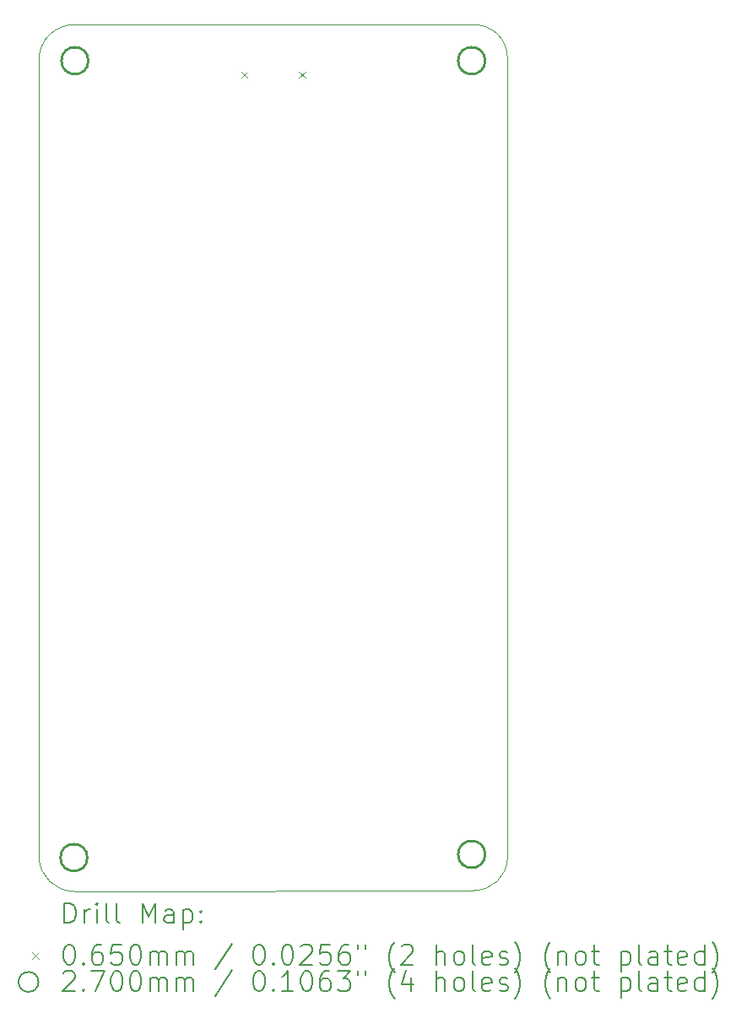
<source format=gbr>
%TF.GenerationSoftware,KiCad,Pcbnew,9.0.4-9.0.4-0~ubuntu22.04.1*%
%TF.CreationDate,2025-09-21T20:46:35-04:00*%
%TF.ProjectId,Pico_RF_V1,5069636f-5f52-4465-9f56-312e6b696361,rev?*%
%TF.SameCoordinates,Original*%
%TF.FileFunction,Drillmap*%
%TF.FilePolarity,Positive*%
%FSLAX45Y45*%
G04 Gerber Fmt 4.5, Leading zero omitted, Abs format (unit mm)*
G04 Created by KiCad (PCBNEW 9.0.4-9.0.4-0~ubuntu22.04.1) date 2025-09-21 20:46:35*
%MOMM*%
%LPD*%
G01*
G04 APERTURE LIST*
%ADD10C,0.100000*%
%ADD11C,0.200000*%
%ADD12C,0.270000*%
G04 APERTURE END LIST*
D10*
X14360000Y-6300416D02*
G75*
G02*
X14699735Y-6630000I10000J-329584D01*
G01*
X10360000Y-6300000D02*
X14360000Y-6300416D01*
X14700000Y-14659584D02*
G75*
G02*
X14360560Y-14980004I-330000J9584D01*
G01*
X14360560Y-14980004D02*
X10350000Y-14990223D01*
X10000000Y-14652513D02*
X10000000Y-6660000D01*
X10350000Y-14990223D02*
G75*
G02*
X10000000Y-14652513I0J350224D01*
G01*
X14700000Y-6630000D02*
X14700000Y-14659584D01*
X10000000Y-6660000D02*
G75*
G02*
X10360000Y-6300000I350000J10000D01*
G01*
D11*
D10*
X12028500Y-6767500D02*
X12093500Y-6832500D01*
X12093500Y-6767500D02*
X12028500Y-6832500D01*
X12606500Y-6767500D02*
X12671500Y-6832500D01*
X12671500Y-6767500D02*
X12606500Y-6832500D01*
D12*
X10485000Y-14652513D02*
G75*
G02*
X10215000Y-14652513I-135000J0D01*
G01*
X10215000Y-14652513D02*
G75*
G02*
X10485000Y-14652513I135000J0D01*
G01*
X10495000Y-6660000D02*
G75*
G02*
X10225000Y-6660000I-135000J0D01*
G01*
X10225000Y-6660000D02*
G75*
G02*
X10495000Y-6660000I135000J0D01*
G01*
X14475000Y-6660000D02*
G75*
G02*
X14205000Y-6660000I-135000J0D01*
G01*
X14205000Y-6660000D02*
G75*
G02*
X14475000Y-6660000I135000J0D01*
G01*
X14475000Y-14620000D02*
G75*
G02*
X14205000Y-14620000I-135000J0D01*
G01*
X14205000Y-14620000D02*
G75*
G02*
X14475000Y-14620000I135000J0D01*
G01*
D11*
X10255634Y-15306707D02*
X10255634Y-15106707D01*
X10255634Y-15106707D02*
X10303253Y-15106707D01*
X10303253Y-15106707D02*
X10331825Y-15116231D01*
X10331825Y-15116231D02*
X10350872Y-15135279D01*
X10350872Y-15135279D02*
X10360396Y-15154326D01*
X10360396Y-15154326D02*
X10369920Y-15192421D01*
X10369920Y-15192421D02*
X10369920Y-15220993D01*
X10369920Y-15220993D02*
X10360396Y-15259088D01*
X10360396Y-15259088D02*
X10350872Y-15278136D01*
X10350872Y-15278136D02*
X10331825Y-15297183D01*
X10331825Y-15297183D02*
X10303253Y-15306707D01*
X10303253Y-15306707D02*
X10255634Y-15306707D01*
X10455634Y-15306707D02*
X10455634Y-15173374D01*
X10455634Y-15211469D02*
X10465158Y-15192421D01*
X10465158Y-15192421D02*
X10474682Y-15182898D01*
X10474682Y-15182898D02*
X10493729Y-15173374D01*
X10493729Y-15173374D02*
X10512777Y-15173374D01*
X10579444Y-15306707D02*
X10579444Y-15173374D01*
X10579444Y-15106707D02*
X10569920Y-15116231D01*
X10569920Y-15116231D02*
X10579444Y-15125755D01*
X10579444Y-15125755D02*
X10588967Y-15116231D01*
X10588967Y-15116231D02*
X10579444Y-15106707D01*
X10579444Y-15106707D02*
X10579444Y-15125755D01*
X10703253Y-15306707D02*
X10684205Y-15297183D01*
X10684205Y-15297183D02*
X10674682Y-15278136D01*
X10674682Y-15278136D02*
X10674682Y-15106707D01*
X10808015Y-15306707D02*
X10788967Y-15297183D01*
X10788967Y-15297183D02*
X10779444Y-15278136D01*
X10779444Y-15278136D02*
X10779444Y-15106707D01*
X11036586Y-15306707D02*
X11036586Y-15106707D01*
X11036586Y-15106707D02*
X11103253Y-15249564D01*
X11103253Y-15249564D02*
X11169920Y-15106707D01*
X11169920Y-15106707D02*
X11169920Y-15306707D01*
X11350872Y-15306707D02*
X11350872Y-15201945D01*
X11350872Y-15201945D02*
X11341348Y-15182898D01*
X11341348Y-15182898D02*
X11322301Y-15173374D01*
X11322301Y-15173374D02*
X11284205Y-15173374D01*
X11284205Y-15173374D02*
X11265158Y-15182898D01*
X11350872Y-15297183D02*
X11331824Y-15306707D01*
X11331824Y-15306707D02*
X11284205Y-15306707D01*
X11284205Y-15306707D02*
X11265158Y-15297183D01*
X11265158Y-15297183D02*
X11255634Y-15278136D01*
X11255634Y-15278136D02*
X11255634Y-15259088D01*
X11255634Y-15259088D02*
X11265158Y-15240041D01*
X11265158Y-15240041D02*
X11284205Y-15230517D01*
X11284205Y-15230517D02*
X11331824Y-15230517D01*
X11331824Y-15230517D02*
X11350872Y-15220993D01*
X11446110Y-15173374D02*
X11446110Y-15373374D01*
X11446110Y-15182898D02*
X11465158Y-15173374D01*
X11465158Y-15173374D02*
X11503253Y-15173374D01*
X11503253Y-15173374D02*
X11522301Y-15182898D01*
X11522301Y-15182898D02*
X11531824Y-15192421D01*
X11531824Y-15192421D02*
X11541348Y-15211469D01*
X11541348Y-15211469D02*
X11541348Y-15268612D01*
X11541348Y-15268612D02*
X11531824Y-15287660D01*
X11531824Y-15287660D02*
X11522301Y-15297183D01*
X11522301Y-15297183D02*
X11503253Y-15306707D01*
X11503253Y-15306707D02*
X11465158Y-15306707D01*
X11465158Y-15306707D02*
X11446110Y-15297183D01*
X11627063Y-15287660D02*
X11636586Y-15297183D01*
X11636586Y-15297183D02*
X11627063Y-15306707D01*
X11627063Y-15306707D02*
X11617539Y-15297183D01*
X11617539Y-15297183D02*
X11627063Y-15287660D01*
X11627063Y-15287660D02*
X11627063Y-15306707D01*
X11627063Y-15182898D02*
X11636586Y-15192421D01*
X11636586Y-15192421D02*
X11627063Y-15201945D01*
X11627063Y-15201945D02*
X11617539Y-15192421D01*
X11617539Y-15192421D02*
X11627063Y-15182898D01*
X11627063Y-15182898D02*
X11627063Y-15201945D01*
D10*
X9929857Y-15602723D02*
X9994857Y-15667723D01*
X9994857Y-15602723D02*
X9929857Y-15667723D01*
D11*
X10293729Y-15526707D02*
X10312777Y-15526707D01*
X10312777Y-15526707D02*
X10331825Y-15536231D01*
X10331825Y-15536231D02*
X10341348Y-15545755D01*
X10341348Y-15545755D02*
X10350872Y-15564802D01*
X10350872Y-15564802D02*
X10360396Y-15602898D01*
X10360396Y-15602898D02*
X10360396Y-15650517D01*
X10360396Y-15650517D02*
X10350872Y-15688612D01*
X10350872Y-15688612D02*
X10341348Y-15707660D01*
X10341348Y-15707660D02*
X10331825Y-15717183D01*
X10331825Y-15717183D02*
X10312777Y-15726707D01*
X10312777Y-15726707D02*
X10293729Y-15726707D01*
X10293729Y-15726707D02*
X10274682Y-15717183D01*
X10274682Y-15717183D02*
X10265158Y-15707660D01*
X10265158Y-15707660D02*
X10255634Y-15688612D01*
X10255634Y-15688612D02*
X10246110Y-15650517D01*
X10246110Y-15650517D02*
X10246110Y-15602898D01*
X10246110Y-15602898D02*
X10255634Y-15564802D01*
X10255634Y-15564802D02*
X10265158Y-15545755D01*
X10265158Y-15545755D02*
X10274682Y-15536231D01*
X10274682Y-15536231D02*
X10293729Y-15526707D01*
X10446110Y-15707660D02*
X10455634Y-15717183D01*
X10455634Y-15717183D02*
X10446110Y-15726707D01*
X10446110Y-15726707D02*
X10436586Y-15717183D01*
X10436586Y-15717183D02*
X10446110Y-15707660D01*
X10446110Y-15707660D02*
X10446110Y-15726707D01*
X10627063Y-15526707D02*
X10588967Y-15526707D01*
X10588967Y-15526707D02*
X10569920Y-15536231D01*
X10569920Y-15536231D02*
X10560396Y-15545755D01*
X10560396Y-15545755D02*
X10541348Y-15574326D01*
X10541348Y-15574326D02*
X10531825Y-15612421D01*
X10531825Y-15612421D02*
X10531825Y-15688612D01*
X10531825Y-15688612D02*
X10541348Y-15707660D01*
X10541348Y-15707660D02*
X10550872Y-15717183D01*
X10550872Y-15717183D02*
X10569920Y-15726707D01*
X10569920Y-15726707D02*
X10608015Y-15726707D01*
X10608015Y-15726707D02*
X10627063Y-15717183D01*
X10627063Y-15717183D02*
X10636586Y-15707660D01*
X10636586Y-15707660D02*
X10646110Y-15688612D01*
X10646110Y-15688612D02*
X10646110Y-15640993D01*
X10646110Y-15640993D02*
X10636586Y-15621945D01*
X10636586Y-15621945D02*
X10627063Y-15612421D01*
X10627063Y-15612421D02*
X10608015Y-15602898D01*
X10608015Y-15602898D02*
X10569920Y-15602898D01*
X10569920Y-15602898D02*
X10550872Y-15612421D01*
X10550872Y-15612421D02*
X10541348Y-15621945D01*
X10541348Y-15621945D02*
X10531825Y-15640993D01*
X10827063Y-15526707D02*
X10731825Y-15526707D01*
X10731825Y-15526707D02*
X10722301Y-15621945D01*
X10722301Y-15621945D02*
X10731825Y-15612421D01*
X10731825Y-15612421D02*
X10750872Y-15602898D01*
X10750872Y-15602898D02*
X10798491Y-15602898D01*
X10798491Y-15602898D02*
X10817539Y-15612421D01*
X10817539Y-15612421D02*
X10827063Y-15621945D01*
X10827063Y-15621945D02*
X10836586Y-15640993D01*
X10836586Y-15640993D02*
X10836586Y-15688612D01*
X10836586Y-15688612D02*
X10827063Y-15707660D01*
X10827063Y-15707660D02*
X10817539Y-15717183D01*
X10817539Y-15717183D02*
X10798491Y-15726707D01*
X10798491Y-15726707D02*
X10750872Y-15726707D01*
X10750872Y-15726707D02*
X10731825Y-15717183D01*
X10731825Y-15717183D02*
X10722301Y-15707660D01*
X10960396Y-15526707D02*
X10979444Y-15526707D01*
X10979444Y-15526707D02*
X10998491Y-15536231D01*
X10998491Y-15536231D02*
X11008015Y-15545755D01*
X11008015Y-15545755D02*
X11017539Y-15564802D01*
X11017539Y-15564802D02*
X11027063Y-15602898D01*
X11027063Y-15602898D02*
X11027063Y-15650517D01*
X11027063Y-15650517D02*
X11017539Y-15688612D01*
X11017539Y-15688612D02*
X11008015Y-15707660D01*
X11008015Y-15707660D02*
X10998491Y-15717183D01*
X10998491Y-15717183D02*
X10979444Y-15726707D01*
X10979444Y-15726707D02*
X10960396Y-15726707D01*
X10960396Y-15726707D02*
X10941348Y-15717183D01*
X10941348Y-15717183D02*
X10931825Y-15707660D01*
X10931825Y-15707660D02*
X10922301Y-15688612D01*
X10922301Y-15688612D02*
X10912777Y-15650517D01*
X10912777Y-15650517D02*
X10912777Y-15602898D01*
X10912777Y-15602898D02*
X10922301Y-15564802D01*
X10922301Y-15564802D02*
X10931825Y-15545755D01*
X10931825Y-15545755D02*
X10941348Y-15536231D01*
X10941348Y-15536231D02*
X10960396Y-15526707D01*
X11112777Y-15726707D02*
X11112777Y-15593374D01*
X11112777Y-15612421D02*
X11122301Y-15602898D01*
X11122301Y-15602898D02*
X11141348Y-15593374D01*
X11141348Y-15593374D02*
X11169920Y-15593374D01*
X11169920Y-15593374D02*
X11188967Y-15602898D01*
X11188967Y-15602898D02*
X11198491Y-15621945D01*
X11198491Y-15621945D02*
X11198491Y-15726707D01*
X11198491Y-15621945D02*
X11208015Y-15602898D01*
X11208015Y-15602898D02*
X11227063Y-15593374D01*
X11227063Y-15593374D02*
X11255634Y-15593374D01*
X11255634Y-15593374D02*
X11274682Y-15602898D01*
X11274682Y-15602898D02*
X11284205Y-15621945D01*
X11284205Y-15621945D02*
X11284205Y-15726707D01*
X11379444Y-15726707D02*
X11379444Y-15593374D01*
X11379444Y-15612421D02*
X11388967Y-15602898D01*
X11388967Y-15602898D02*
X11408015Y-15593374D01*
X11408015Y-15593374D02*
X11436586Y-15593374D01*
X11436586Y-15593374D02*
X11455634Y-15602898D01*
X11455634Y-15602898D02*
X11465158Y-15621945D01*
X11465158Y-15621945D02*
X11465158Y-15726707D01*
X11465158Y-15621945D02*
X11474682Y-15602898D01*
X11474682Y-15602898D02*
X11493729Y-15593374D01*
X11493729Y-15593374D02*
X11522301Y-15593374D01*
X11522301Y-15593374D02*
X11541348Y-15602898D01*
X11541348Y-15602898D02*
X11550872Y-15621945D01*
X11550872Y-15621945D02*
X11550872Y-15726707D01*
X11941348Y-15517183D02*
X11769920Y-15774326D01*
X12198491Y-15526707D02*
X12217539Y-15526707D01*
X12217539Y-15526707D02*
X12236587Y-15536231D01*
X12236587Y-15536231D02*
X12246110Y-15545755D01*
X12246110Y-15545755D02*
X12255634Y-15564802D01*
X12255634Y-15564802D02*
X12265158Y-15602898D01*
X12265158Y-15602898D02*
X12265158Y-15650517D01*
X12265158Y-15650517D02*
X12255634Y-15688612D01*
X12255634Y-15688612D02*
X12246110Y-15707660D01*
X12246110Y-15707660D02*
X12236587Y-15717183D01*
X12236587Y-15717183D02*
X12217539Y-15726707D01*
X12217539Y-15726707D02*
X12198491Y-15726707D01*
X12198491Y-15726707D02*
X12179444Y-15717183D01*
X12179444Y-15717183D02*
X12169920Y-15707660D01*
X12169920Y-15707660D02*
X12160396Y-15688612D01*
X12160396Y-15688612D02*
X12150872Y-15650517D01*
X12150872Y-15650517D02*
X12150872Y-15602898D01*
X12150872Y-15602898D02*
X12160396Y-15564802D01*
X12160396Y-15564802D02*
X12169920Y-15545755D01*
X12169920Y-15545755D02*
X12179444Y-15536231D01*
X12179444Y-15536231D02*
X12198491Y-15526707D01*
X12350872Y-15707660D02*
X12360396Y-15717183D01*
X12360396Y-15717183D02*
X12350872Y-15726707D01*
X12350872Y-15726707D02*
X12341348Y-15717183D01*
X12341348Y-15717183D02*
X12350872Y-15707660D01*
X12350872Y-15707660D02*
X12350872Y-15726707D01*
X12484206Y-15526707D02*
X12503253Y-15526707D01*
X12503253Y-15526707D02*
X12522301Y-15536231D01*
X12522301Y-15536231D02*
X12531825Y-15545755D01*
X12531825Y-15545755D02*
X12541348Y-15564802D01*
X12541348Y-15564802D02*
X12550872Y-15602898D01*
X12550872Y-15602898D02*
X12550872Y-15650517D01*
X12550872Y-15650517D02*
X12541348Y-15688612D01*
X12541348Y-15688612D02*
X12531825Y-15707660D01*
X12531825Y-15707660D02*
X12522301Y-15717183D01*
X12522301Y-15717183D02*
X12503253Y-15726707D01*
X12503253Y-15726707D02*
X12484206Y-15726707D01*
X12484206Y-15726707D02*
X12465158Y-15717183D01*
X12465158Y-15717183D02*
X12455634Y-15707660D01*
X12455634Y-15707660D02*
X12446110Y-15688612D01*
X12446110Y-15688612D02*
X12436587Y-15650517D01*
X12436587Y-15650517D02*
X12436587Y-15602898D01*
X12436587Y-15602898D02*
X12446110Y-15564802D01*
X12446110Y-15564802D02*
X12455634Y-15545755D01*
X12455634Y-15545755D02*
X12465158Y-15536231D01*
X12465158Y-15536231D02*
X12484206Y-15526707D01*
X12627063Y-15545755D02*
X12636587Y-15536231D01*
X12636587Y-15536231D02*
X12655634Y-15526707D01*
X12655634Y-15526707D02*
X12703253Y-15526707D01*
X12703253Y-15526707D02*
X12722301Y-15536231D01*
X12722301Y-15536231D02*
X12731825Y-15545755D01*
X12731825Y-15545755D02*
X12741348Y-15564802D01*
X12741348Y-15564802D02*
X12741348Y-15583850D01*
X12741348Y-15583850D02*
X12731825Y-15612421D01*
X12731825Y-15612421D02*
X12617539Y-15726707D01*
X12617539Y-15726707D02*
X12741348Y-15726707D01*
X12922301Y-15526707D02*
X12827063Y-15526707D01*
X12827063Y-15526707D02*
X12817539Y-15621945D01*
X12817539Y-15621945D02*
X12827063Y-15612421D01*
X12827063Y-15612421D02*
X12846110Y-15602898D01*
X12846110Y-15602898D02*
X12893729Y-15602898D01*
X12893729Y-15602898D02*
X12912777Y-15612421D01*
X12912777Y-15612421D02*
X12922301Y-15621945D01*
X12922301Y-15621945D02*
X12931825Y-15640993D01*
X12931825Y-15640993D02*
X12931825Y-15688612D01*
X12931825Y-15688612D02*
X12922301Y-15707660D01*
X12922301Y-15707660D02*
X12912777Y-15717183D01*
X12912777Y-15717183D02*
X12893729Y-15726707D01*
X12893729Y-15726707D02*
X12846110Y-15726707D01*
X12846110Y-15726707D02*
X12827063Y-15717183D01*
X12827063Y-15717183D02*
X12817539Y-15707660D01*
X13103253Y-15526707D02*
X13065158Y-15526707D01*
X13065158Y-15526707D02*
X13046110Y-15536231D01*
X13046110Y-15536231D02*
X13036587Y-15545755D01*
X13036587Y-15545755D02*
X13017539Y-15574326D01*
X13017539Y-15574326D02*
X13008015Y-15612421D01*
X13008015Y-15612421D02*
X13008015Y-15688612D01*
X13008015Y-15688612D02*
X13017539Y-15707660D01*
X13017539Y-15707660D02*
X13027063Y-15717183D01*
X13027063Y-15717183D02*
X13046110Y-15726707D01*
X13046110Y-15726707D02*
X13084206Y-15726707D01*
X13084206Y-15726707D02*
X13103253Y-15717183D01*
X13103253Y-15717183D02*
X13112777Y-15707660D01*
X13112777Y-15707660D02*
X13122301Y-15688612D01*
X13122301Y-15688612D02*
X13122301Y-15640993D01*
X13122301Y-15640993D02*
X13112777Y-15621945D01*
X13112777Y-15621945D02*
X13103253Y-15612421D01*
X13103253Y-15612421D02*
X13084206Y-15602898D01*
X13084206Y-15602898D02*
X13046110Y-15602898D01*
X13046110Y-15602898D02*
X13027063Y-15612421D01*
X13027063Y-15612421D02*
X13017539Y-15621945D01*
X13017539Y-15621945D02*
X13008015Y-15640993D01*
X13198491Y-15526707D02*
X13198491Y-15564802D01*
X13274682Y-15526707D02*
X13274682Y-15564802D01*
X13569920Y-15802898D02*
X13560396Y-15793374D01*
X13560396Y-15793374D02*
X13541349Y-15764802D01*
X13541349Y-15764802D02*
X13531825Y-15745755D01*
X13531825Y-15745755D02*
X13522301Y-15717183D01*
X13522301Y-15717183D02*
X13512777Y-15669564D01*
X13512777Y-15669564D02*
X13512777Y-15631469D01*
X13512777Y-15631469D02*
X13522301Y-15583850D01*
X13522301Y-15583850D02*
X13531825Y-15555279D01*
X13531825Y-15555279D02*
X13541349Y-15536231D01*
X13541349Y-15536231D02*
X13560396Y-15507660D01*
X13560396Y-15507660D02*
X13569920Y-15498136D01*
X13636587Y-15545755D02*
X13646110Y-15536231D01*
X13646110Y-15536231D02*
X13665158Y-15526707D01*
X13665158Y-15526707D02*
X13712777Y-15526707D01*
X13712777Y-15526707D02*
X13731825Y-15536231D01*
X13731825Y-15536231D02*
X13741349Y-15545755D01*
X13741349Y-15545755D02*
X13750872Y-15564802D01*
X13750872Y-15564802D02*
X13750872Y-15583850D01*
X13750872Y-15583850D02*
X13741349Y-15612421D01*
X13741349Y-15612421D02*
X13627063Y-15726707D01*
X13627063Y-15726707D02*
X13750872Y-15726707D01*
X13988968Y-15726707D02*
X13988968Y-15526707D01*
X14074682Y-15726707D02*
X14074682Y-15621945D01*
X14074682Y-15621945D02*
X14065158Y-15602898D01*
X14065158Y-15602898D02*
X14046111Y-15593374D01*
X14046111Y-15593374D02*
X14017539Y-15593374D01*
X14017539Y-15593374D02*
X13998491Y-15602898D01*
X13998491Y-15602898D02*
X13988968Y-15612421D01*
X14198491Y-15726707D02*
X14179444Y-15717183D01*
X14179444Y-15717183D02*
X14169920Y-15707660D01*
X14169920Y-15707660D02*
X14160396Y-15688612D01*
X14160396Y-15688612D02*
X14160396Y-15631469D01*
X14160396Y-15631469D02*
X14169920Y-15612421D01*
X14169920Y-15612421D02*
X14179444Y-15602898D01*
X14179444Y-15602898D02*
X14198491Y-15593374D01*
X14198491Y-15593374D02*
X14227063Y-15593374D01*
X14227063Y-15593374D02*
X14246111Y-15602898D01*
X14246111Y-15602898D02*
X14255634Y-15612421D01*
X14255634Y-15612421D02*
X14265158Y-15631469D01*
X14265158Y-15631469D02*
X14265158Y-15688612D01*
X14265158Y-15688612D02*
X14255634Y-15707660D01*
X14255634Y-15707660D02*
X14246111Y-15717183D01*
X14246111Y-15717183D02*
X14227063Y-15726707D01*
X14227063Y-15726707D02*
X14198491Y-15726707D01*
X14379444Y-15726707D02*
X14360396Y-15717183D01*
X14360396Y-15717183D02*
X14350872Y-15698136D01*
X14350872Y-15698136D02*
X14350872Y-15526707D01*
X14531825Y-15717183D02*
X14512777Y-15726707D01*
X14512777Y-15726707D02*
X14474682Y-15726707D01*
X14474682Y-15726707D02*
X14455634Y-15717183D01*
X14455634Y-15717183D02*
X14446111Y-15698136D01*
X14446111Y-15698136D02*
X14446111Y-15621945D01*
X14446111Y-15621945D02*
X14455634Y-15602898D01*
X14455634Y-15602898D02*
X14474682Y-15593374D01*
X14474682Y-15593374D02*
X14512777Y-15593374D01*
X14512777Y-15593374D02*
X14531825Y-15602898D01*
X14531825Y-15602898D02*
X14541349Y-15621945D01*
X14541349Y-15621945D02*
X14541349Y-15640993D01*
X14541349Y-15640993D02*
X14446111Y-15660041D01*
X14617539Y-15717183D02*
X14636587Y-15726707D01*
X14636587Y-15726707D02*
X14674682Y-15726707D01*
X14674682Y-15726707D02*
X14693730Y-15717183D01*
X14693730Y-15717183D02*
X14703253Y-15698136D01*
X14703253Y-15698136D02*
X14703253Y-15688612D01*
X14703253Y-15688612D02*
X14693730Y-15669564D01*
X14693730Y-15669564D02*
X14674682Y-15660041D01*
X14674682Y-15660041D02*
X14646111Y-15660041D01*
X14646111Y-15660041D02*
X14627063Y-15650517D01*
X14627063Y-15650517D02*
X14617539Y-15631469D01*
X14617539Y-15631469D02*
X14617539Y-15621945D01*
X14617539Y-15621945D02*
X14627063Y-15602898D01*
X14627063Y-15602898D02*
X14646111Y-15593374D01*
X14646111Y-15593374D02*
X14674682Y-15593374D01*
X14674682Y-15593374D02*
X14693730Y-15602898D01*
X14769920Y-15802898D02*
X14779444Y-15793374D01*
X14779444Y-15793374D02*
X14798492Y-15764802D01*
X14798492Y-15764802D02*
X14808015Y-15745755D01*
X14808015Y-15745755D02*
X14817539Y-15717183D01*
X14817539Y-15717183D02*
X14827063Y-15669564D01*
X14827063Y-15669564D02*
X14827063Y-15631469D01*
X14827063Y-15631469D02*
X14817539Y-15583850D01*
X14817539Y-15583850D02*
X14808015Y-15555279D01*
X14808015Y-15555279D02*
X14798492Y-15536231D01*
X14798492Y-15536231D02*
X14779444Y-15507660D01*
X14779444Y-15507660D02*
X14769920Y-15498136D01*
X15131825Y-15802898D02*
X15122301Y-15793374D01*
X15122301Y-15793374D02*
X15103253Y-15764802D01*
X15103253Y-15764802D02*
X15093730Y-15745755D01*
X15093730Y-15745755D02*
X15084206Y-15717183D01*
X15084206Y-15717183D02*
X15074682Y-15669564D01*
X15074682Y-15669564D02*
X15074682Y-15631469D01*
X15074682Y-15631469D02*
X15084206Y-15583850D01*
X15084206Y-15583850D02*
X15093730Y-15555279D01*
X15093730Y-15555279D02*
X15103253Y-15536231D01*
X15103253Y-15536231D02*
X15122301Y-15507660D01*
X15122301Y-15507660D02*
X15131825Y-15498136D01*
X15208015Y-15593374D02*
X15208015Y-15726707D01*
X15208015Y-15612421D02*
X15217539Y-15602898D01*
X15217539Y-15602898D02*
X15236587Y-15593374D01*
X15236587Y-15593374D02*
X15265158Y-15593374D01*
X15265158Y-15593374D02*
X15284206Y-15602898D01*
X15284206Y-15602898D02*
X15293730Y-15621945D01*
X15293730Y-15621945D02*
X15293730Y-15726707D01*
X15417539Y-15726707D02*
X15398492Y-15717183D01*
X15398492Y-15717183D02*
X15388968Y-15707660D01*
X15388968Y-15707660D02*
X15379444Y-15688612D01*
X15379444Y-15688612D02*
X15379444Y-15631469D01*
X15379444Y-15631469D02*
X15388968Y-15612421D01*
X15388968Y-15612421D02*
X15398492Y-15602898D01*
X15398492Y-15602898D02*
X15417539Y-15593374D01*
X15417539Y-15593374D02*
X15446111Y-15593374D01*
X15446111Y-15593374D02*
X15465158Y-15602898D01*
X15465158Y-15602898D02*
X15474682Y-15612421D01*
X15474682Y-15612421D02*
X15484206Y-15631469D01*
X15484206Y-15631469D02*
X15484206Y-15688612D01*
X15484206Y-15688612D02*
X15474682Y-15707660D01*
X15474682Y-15707660D02*
X15465158Y-15717183D01*
X15465158Y-15717183D02*
X15446111Y-15726707D01*
X15446111Y-15726707D02*
X15417539Y-15726707D01*
X15541349Y-15593374D02*
X15617539Y-15593374D01*
X15569920Y-15526707D02*
X15569920Y-15698136D01*
X15569920Y-15698136D02*
X15579444Y-15717183D01*
X15579444Y-15717183D02*
X15598492Y-15726707D01*
X15598492Y-15726707D02*
X15617539Y-15726707D01*
X15836587Y-15593374D02*
X15836587Y-15793374D01*
X15836587Y-15602898D02*
X15855634Y-15593374D01*
X15855634Y-15593374D02*
X15893730Y-15593374D01*
X15893730Y-15593374D02*
X15912777Y-15602898D01*
X15912777Y-15602898D02*
X15922301Y-15612421D01*
X15922301Y-15612421D02*
X15931825Y-15631469D01*
X15931825Y-15631469D02*
X15931825Y-15688612D01*
X15931825Y-15688612D02*
X15922301Y-15707660D01*
X15922301Y-15707660D02*
X15912777Y-15717183D01*
X15912777Y-15717183D02*
X15893730Y-15726707D01*
X15893730Y-15726707D02*
X15855634Y-15726707D01*
X15855634Y-15726707D02*
X15836587Y-15717183D01*
X16046111Y-15726707D02*
X16027063Y-15717183D01*
X16027063Y-15717183D02*
X16017539Y-15698136D01*
X16017539Y-15698136D02*
X16017539Y-15526707D01*
X16208015Y-15726707D02*
X16208015Y-15621945D01*
X16208015Y-15621945D02*
X16198492Y-15602898D01*
X16198492Y-15602898D02*
X16179444Y-15593374D01*
X16179444Y-15593374D02*
X16141349Y-15593374D01*
X16141349Y-15593374D02*
X16122301Y-15602898D01*
X16208015Y-15717183D02*
X16188968Y-15726707D01*
X16188968Y-15726707D02*
X16141349Y-15726707D01*
X16141349Y-15726707D02*
X16122301Y-15717183D01*
X16122301Y-15717183D02*
X16112777Y-15698136D01*
X16112777Y-15698136D02*
X16112777Y-15679088D01*
X16112777Y-15679088D02*
X16122301Y-15660041D01*
X16122301Y-15660041D02*
X16141349Y-15650517D01*
X16141349Y-15650517D02*
X16188968Y-15650517D01*
X16188968Y-15650517D02*
X16208015Y-15640993D01*
X16274682Y-15593374D02*
X16350873Y-15593374D01*
X16303254Y-15526707D02*
X16303254Y-15698136D01*
X16303254Y-15698136D02*
X16312777Y-15717183D01*
X16312777Y-15717183D02*
X16331825Y-15726707D01*
X16331825Y-15726707D02*
X16350873Y-15726707D01*
X16493730Y-15717183D02*
X16474682Y-15726707D01*
X16474682Y-15726707D02*
X16436587Y-15726707D01*
X16436587Y-15726707D02*
X16417539Y-15717183D01*
X16417539Y-15717183D02*
X16408015Y-15698136D01*
X16408015Y-15698136D02*
X16408015Y-15621945D01*
X16408015Y-15621945D02*
X16417539Y-15602898D01*
X16417539Y-15602898D02*
X16436587Y-15593374D01*
X16436587Y-15593374D02*
X16474682Y-15593374D01*
X16474682Y-15593374D02*
X16493730Y-15602898D01*
X16493730Y-15602898D02*
X16503254Y-15621945D01*
X16503254Y-15621945D02*
X16503254Y-15640993D01*
X16503254Y-15640993D02*
X16408015Y-15660041D01*
X16674682Y-15726707D02*
X16674682Y-15526707D01*
X16674682Y-15717183D02*
X16655635Y-15726707D01*
X16655635Y-15726707D02*
X16617539Y-15726707D01*
X16617539Y-15726707D02*
X16598492Y-15717183D01*
X16598492Y-15717183D02*
X16588968Y-15707660D01*
X16588968Y-15707660D02*
X16579444Y-15688612D01*
X16579444Y-15688612D02*
X16579444Y-15631469D01*
X16579444Y-15631469D02*
X16588968Y-15612421D01*
X16588968Y-15612421D02*
X16598492Y-15602898D01*
X16598492Y-15602898D02*
X16617539Y-15593374D01*
X16617539Y-15593374D02*
X16655635Y-15593374D01*
X16655635Y-15593374D02*
X16674682Y-15602898D01*
X16750873Y-15802898D02*
X16760396Y-15793374D01*
X16760396Y-15793374D02*
X16779444Y-15764802D01*
X16779444Y-15764802D02*
X16788968Y-15745755D01*
X16788968Y-15745755D02*
X16798492Y-15717183D01*
X16798492Y-15717183D02*
X16808016Y-15669564D01*
X16808016Y-15669564D02*
X16808016Y-15631469D01*
X16808016Y-15631469D02*
X16798492Y-15583850D01*
X16798492Y-15583850D02*
X16788968Y-15555279D01*
X16788968Y-15555279D02*
X16779444Y-15536231D01*
X16779444Y-15536231D02*
X16760396Y-15507660D01*
X16760396Y-15507660D02*
X16750873Y-15498136D01*
X9994857Y-15899223D02*
G75*
G02*
X9794857Y-15899223I-100000J0D01*
G01*
X9794857Y-15899223D02*
G75*
G02*
X9994857Y-15899223I100000J0D01*
G01*
X10246110Y-15809755D02*
X10255634Y-15800231D01*
X10255634Y-15800231D02*
X10274682Y-15790707D01*
X10274682Y-15790707D02*
X10322301Y-15790707D01*
X10322301Y-15790707D02*
X10341348Y-15800231D01*
X10341348Y-15800231D02*
X10350872Y-15809755D01*
X10350872Y-15809755D02*
X10360396Y-15828802D01*
X10360396Y-15828802D02*
X10360396Y-15847850D01*
X10360396Y-15847850D02*
X10350872Y-15876421D01*
X10350872Y-15876421D02*
X10236586Y-15990707D01*
X10236586Y-15990707D02*
X10360396Y-15990707D01*
X10446110Y-15971660D02*
X10455634Y-15981183D01*
X10455634Y-15981183D02*
X10446110Y-15990707D01*
X10446110Y-15990707D02*
X10436586Y-15981183D01*
X10436586Y-15981183D02*
X10446110Y-15971660D01*
X10446110Y-15971660D02*
X10446110Y-15990707D01*
X10522301Y-15790707D02*
X10655634Y-15790707D01*
X10655634Y-15790707D02*
X10569920Y-15990707D01*
X10769920Y-15790707D02*
X10788967Y-15790707D01*
X10788967Y-15790707D02*
X10808015Y-15800231D01*
X10808015Y-15800231D02*
X10817539Y-15809755D01*
X10817539Y-15809755D02*
X10827063Y-15828802D01*
X10827063Y-15828802D02*
X10836586Y-15866898D01*
X10836586Y-15866898D02*
X10836586Y-15914517D01*
X10836586Y-15914517D02*
X10827063Y-15952612D01*
X10827063Y-15952612D02*
X10817539Y-15971660D01*
X10817539Y-15971660D02*
X10808015Y-15981183D01*
X10808015Y-15981183D02*
X10788967Y-15990707D01*
X10788967Y-15990707D02*
X10769920Y-15990707D01*
X10769920Y-15990707D02*
X10750872Y-15981183D01*
X10750872Y-15981183D02*
X10741348Y-15971660D01*
X10741348Y-15971660D02*
X10731825Y-15952612D01*
X10731825Y-15952612D02*
X10722301Y-15914517D01*
X10722301Y-15914517D02*
X10722301Y-15866898D01*
X10722301Y-15866898D02*
X10731825Y-15828802D01*
X10731825Y-15828802D02*
X10741348Y-15809755D01*
X10741348Y-15809755D02*
X10750872Y-15800231D01*
X10750872Y-15800231D02*
X10769920Y-15790707D01*
X10960396Y-15790707D02*
X10979444Y-15790707D01*
X10979444Y-15790707D02*
X10998491Y-15800231D01*
X10998491Y-15800231D02*
X11008015Y-15809755D01*
X11008015Y-15809755D02*
X11017539Y-15828802D01*
X11017539Y-15828802D02*
X11027063Y-15866898D01*
X11027063Y-15866898D02*
X11027063Y-15914517D01*
X11027063Y-15914517D02*
X11017539Y-15952612D01*
X11017539Y-15952612D02*
X11008015Y-15971660D01*
X11008015Y-15971660D02*
X10998491Y-15981183D01*
X10998491Y-15981183D02*
X10979444Y-15990707D01*
X10979444Y-15990707D02*
X10960396Y-15990707D01*
X10960396Y-15990707D02*
X10941348Y-15981183D01*
X10941348Y-15981183D02*
X10931825Y-15971660D01*
X10931825Y-15971660D02*
X10922301Y-15952612D01*
X10922301Y-15952612D02*
X10912777Y-15914517D01*
X10912777Y-15914517D02*
X10912777Y-15866898D01*
X10912777Y-15866898D02*
X10922301Y-15828802D01*
X10922301Y-15828802D02*
X10931825Y-15809755D01*
X10931825Y-15809755D02*
X10941348Y-15800231D01*
X10941348Y-15800231D02*
X10960396Y-15790707D01*
X11112777Y-15990707D02*
X11112777Y-15857374D01*
X11112777Y-15876421D02*
X11122301Y-15866898D01*
X11122301Y-15866898D02*
X11141348Y-15857374D01*
X11141348Y-15857374D02*
X11169920Y-15857374D01*
X11169920Y-15857374D02*
X11188967Y-15866898D01*
X11188967Y-15866898D02*
X11198491Y-15885945D01*
X11198491Y-15885945D02*
X11198491Y-15990707D01*
X11198491Y-15885945D02*
X11208015Y-15866898D01*
X11208015Y-15866898D02*
X11227063Y-15857374D01*
X11227063Y-15857374D02*
X11255634Y-15857374D01*
X11255634Y-15857374D02*
X11274682Y-15866898D01*
X11274682Y-15866898D02*
X11284205Y-15885945D01*
X11284205Y-15885945D02*
X11284205Y-15990707D01*
X11379444Y-15990707D02*
X11379444Y-15857374D01*
X11379444Y-15876421D02*
X11388967Y-15866898D01*
X11388967Y-15866898D02*
X11408015Y-15857374D01*
X11408015Y-15857374D02*
X11436586Y-15857374D01*
X11436586Y-15857374D02*
X11455634Y-15866898D01*
X11455634Y-15866898D02*
X11465158Y-15885945D01*
X11465158Y-15885945D02*
X11465158Y-15990707D01*
X11465158Y-15885945D02*
X11474682Y-15866898D01*
X11474682Y-15866898D02*
X11493729Y-15857374D01*
X11493729Y-15857374D02*
X11522301Y-15857374D01*
X11522301Y-15857374D02*
X11541348Y-15866898D01*
X11541348Y-15866898D02*
X11550872Y-15885945D01*
X11550872Y-15885945D02*
X11550872Y-15990707D01*
X11941348Y-15781183D02*
X11769920Y-16038326D01*
X12198491Y-15790707D02*
X12217539Y-15790707D01*
X12217539Y-15790707D02*
X12236587Y-15800231D01*
X12236587Y-15800231D02*
X12246110Y-15809755D01*
X12246110Y-15809755D02*
X12255634Y-15828802D01*
X12255634Y-15828802D02*
X12265158Y-15866898D01*
X12265158Y-15866898D02*
X12265158Y-15914517D01*
X12265158Y-15914517D02*
X12255634Y-15952612D01*
X12255634Y-15952612D02*
X12246110Y-15971660D01*
X12246110Y-15971660D02*
X12236587Y-15981183D01*
X12236587Y-15981183D02*
X12217539Y-15990707D01*
X12217539Y-15990707D02*
X12198491Y-15990707D01*
X12198491Y-15990707D02*
X12179444Y-15981183D01*
X12179444Y-15981183D02*
X12169920Y-15971660D01*
X12169920Y-15971660D02*
X12160396Y-15952612D01*
X12160396Y-15952612D02*
X12150872Y-15914517D01*
X12150872Y-15914517D02*
X12150872Y-15866898D01*
X12150872Y-15866898D02*
X12160396Y-15828802D01*
X12160396Y-15828802D02*
X12169920Y-15809755D01*
X12169920Y-15809755D02*
X12179444Y-15800231D01*
X12179444Y-15800231D02*
X12198491Y-15790707D01*
X12350872Y-15971660D02*
X12360396Y-15981183D01*
X12360396Y-15981183D02*
X12350872Y-15990707D01*
X12350872Y-15990707D02*
X12341348Y-15981183D01*
X12341348Y-15981183D02*
X12350872Y-15971660D01*
X12350872Y-15971660D02*
X12350872Y-15990707D01*
X12550872Y-15990707D02*
X12436587Y-15990707D01*
X12493729Y-15990707D02*
X12493729Y-15790707D01*
X12493729Y-15790707D02*
X12474682Y-15819279D01*
X12474682Y-15819279D02*
X12455634Y-15838326D01*
X12455634Y-15838326D02*
X12436587Y-15847850D01*
X12674682Y-15790707D02*
X12693729Y-15790707D01*
X12693729Y-15790707D02*
X12712777Y-15800231D01*
X12712777Y-15800231D02*
X12722301Y-15809755D01*
X12722301Y-15809755D02*
X12731825Y-15828802D01*
X12731825Y-15828802D02*
X12741348Y-15866898D01*
X12741348Y-15866898D02*
X12741348Y-15914517D01*
X12741348Y-15914517D02*
X12731825Y-15952612D01*
X12731825Y-15952612D02*
X12722301Y-15971660D01*
X12722301Y-15971660D02*
X12712777Y-15981183D01*
X12712777Y-15981183D02*
X12693729Y-15990707D01*
X12693729Y-15990707D02*
X12674682Y-15990707D01*
X12674682Y-15990707D02*
X12655634Y-15981183D01*
X12655634Y-15981183D02*
X12646110Y-15971660D01*
X12646110Y-15971660D02*
X12636587Y-15952612D01*
X12636587Y-15952612D02*
X12627063Y-15914517D01*
X12627063Y-15914517D02*
X12627063Y-15866898D01*
X12627063Y-15866898D02*
X12636587Y-15828802D01*
X12636587Y-15828802D02*
X12646110Y-15809755D01*
X12646110Y-15809755D02*
X12655634Y-15800231D01*
X12655634Y-15800231D02*
X12674682Y-15790707D01*
X12912777Y-15790707D02*
X12874682Y-15790707D01*
X12874682Y-15790707D02*
X12855634Y-15800231D01*
X12855634Y-15800231D02*
X12846110Y-15809755D01*
X12846110Y-15809755D02*
X12827063Y-15838326D01*
X12827063Y-15838326D02*
X12817539Y-15876421D01*
X12817539Y-15876421D02*
X12817539Y-15952612D01*
X12817539Y-15952612D02*
X12827063Y-15971660D01*
X12827063Y-15971660D02*
X12836587Y-15981183D01*
X12836587Y-15981183D02*
X12855634Y-15990707D01*
X12855634Y-15990707D02*
X12893729Y-15990707D01*
X12893729Y-15990707D02*
X12912777Y-15981183D01*
X12912777Y-15981183D02*
X12922301Y-15971660D01*
X12922301Y-15971660D02*
X12931825Y-15952612D01*
X12931825Y-15952612D02*
X12931825Y-15904993D01*
X12931825Y-15904993D02*
X12922301Y-15885945D01*
X12922301Y-15885945D02*
X12912777Y-15876421D01*
X12912777Y-15876421D02*
X12893729Y-15866898D01*
X12893729Y-15866898D02*
X12855634Y-15866898D01*
X12855634Y-15866898D02*
X12836587Y-15876421D01*
X12836587Y-15876421D02*
X12827063Y-15885945D01*
X12827063Y-15885945D02*
X12817539Y-15904993D01*
X12998491Y-15790707D02*
X13122301Y-15790707D01*
X13122301Y-15790707D02*
X13055634Y-15866898D01*
X13055634Y-15866898D02*
X13084206Y-15866898D01*
X13084206Y-15866898D02*
X13103253Y-15876421D01*
X13103253Y-15876421D02*
X13112777Y-15885945D01*
X13112777Y-15885945D02*
X13122301Y-15904993D01*
X13122301Y-15904993D02*
X13122301Y-15952612D01*
X13122301Y-15952612D02*
X13112777Y-15971660D01*
X13112777Y-15971660D02*
X13103253Y-15981183D01*
X13103253Y-15981183D02*
X13084206Y-15990707D01*
X13084206Y-15990707D02*
X13027063Y-15990707D01*
X13027063Y-15990707D02*
X13008015Y-15981183D01*
X13008015Y-15981183D02*
X12998491Y-15971660D01*
X13198491Y-15790707D02*
X13198491Y-15828802D01*
X13274682Y-15790707D02*
X13274682Y-15828802D01*
X13569920Y-16066898D02*
X13560396Y-16057374D01*
X13560396Y-16057374D02*
X13541349Y-16028802D01*
X13541349Y-16028802D02*
X13531825Y-16009755D01*
X13531825Y-16009755D02*
X13522301Y-15981183D01*
X13522301Y-15981183D02*
X13512777Y-15933564D01*
X13512777Y-15933564D02*
X13512777Y-15895469D01*
X13512777Y-15895469D02*
X13522301Y-15847850D01*
X13522301Y-15847850D02*
X13531825Y-15819279D01*
X13531825Y-15819279D02*
X13541349Y-15800231D01*
X13541349Y-15800231D02*
X13560396Y-15771660D01*
X13560396Y-15771660D02*
X13569920Y-15762136D01*
X13731825Y-15857374D02*
X13731825Y-15990707D01*
X13684206Y-15781183D02*
X13636587Y-15924041D01*
X13636587Y-15924041D02*
X13760396Y-15924041D01*
X13988968Y-15990707D02*
X13988968Y-15790707D01*
X14074682Y-15990707D02*
X14074682Y-15885945D01*
X14074682Y-15885945D02*
X14065158Y-15866898D01*
X14065158Y-15866898D02*
X14046111Y-15857374D01*
X14046111Y-15857374D02*
X14017539Y-15857374D01*
X14017539Y-15857374D02*
X13998491Y-15866898D01*
X13998491Y-15866898D02*
X13988968Y-15876421D01*
X14198491Y-15990707D02*
X14179444Y-15981183D01*
X14179444Y-15981183D02*
X14169920Y-15971660D01*
X14169920Y-15971660D02*
X14160396Y-15952612D01*
X14160396Y-15952612D02*
X14160396Y-15895469D01*
X14160396Y-15895469D02*
X14169920Y-15876421D01*
X14169920Y-15876421D02*
X14179444Y-15866898D01*
X14179444Y-15866898D02*
X14198491Y-15857374D01*
X14198491Y-15857374D02*
X14227063Y-15857374D01*
X14227063Y-15857374D02*
X14246111Y-15866898D01*
X14246111Y-15866898D02*
X14255634Y-15876421D01*
X14255634Y-15876421D02*
X14265158Y-15895469D01*
X14265158Y-15895469D02*
X14265158Y-15952612D01*
X14265158Y-15952612D02*
X14255634Y-15971660D01*
X14255634Y-15971660D02*
X14246111Y-15981183D01*
X14246111Y-15981183D02*
X14227063Y-15990707D01*
X14227063Y-15990707D02*
X14198491Y-15990707D01*
X14379444Y-15990707D02*
X14360396Y-15981183D01*
X14360396Y-15981183D02*
X14350872Y-15962136D01*
X14350872Y-15962136D02*
X14350872Y-15790707D01*
X14531825Y-15981183D02*
X14512777Y-15990707D01*
X14512777Y-15990707D02*
X14474682Y-15990707D01*
X14474682Y-15990707D02*
X14455634Y-15981183D01*
X14455634Y-15981183D02*
X14446111Y-15962136D01*
X14446111Y-15962136D02*
X14446111Y-15885945D01*
X14446111Y-15885945D02*
X14455634Y-15866898D01*
X14455634Y-15866898D02*
X14474682Y-15857374D01*
X14474682Y-15857374D02*
X14512777Y-15857374D01*
X14512777Y-15857374D02*
X14531825Y-15866898D01*
X14531825Y-15866898D02*
X14541349Y-15885945D01*
X14541349Y-15885945D02*
X14541349Y-15904993D01*
X14541349Y-15904993D02*
X14446111Y-15924041D01*
X14617539Y-15981183D02*
X14636587Y-15990707D01*
X14636587Y-15990707D02*
X14674682Y-15990707D01*
X14674682Y-15990707D02*
X14693730Y-15981183D01*
X14693730Y-15981183D02*
X14703253Y-15962136D01*
X14703253Y-15962136D02*
X14703253Y-15952612D01*
X14703253Y-15952612D02*
X14693730Y-15933564D01*
X14693730Y-15933564D02*
X14674682Y-15924041D01*
X14674682Y-15924041D02*
X14646111Y-15924041D01*
X14646111Y-15924041D02*
X14627063Y-15914517D01*
X14627063Y-15914517D02*
X14617539Y-15895469D01*
X14617539Y-15895469D02*
X14617539Y-15885945D01*
X14617539Y-15885945D02*
X14627063Y-15866898D01*
X14627063Y-15866898D02*
X14646111Y-15857374D01*
X14646111Y-15857374D02*
X14674682Y-15857374D01*
X14674682Y-15857374D02*
X14693730Y-15866898D01*
X14769920Y-16066898D02*
X14779444Y-16057374D01*
X14779444Y-16057374D02*
X14798492Y-16028802D01*
X14798492Y-16028802D02*
X14808015Y-16009755D01*
X14808015Y-16009755D02*
X14817539Y-15981183D01*
X14817539Y-15981183D02*
X14827063Y-15933564D01*
X14827063Y-15933564D02*
X14827063Y-15895469D01*
X14827063Y-15895469D02*
X14817539Y-15847850D01*
X14817539Y-15847850D02*
X14808015Y-15819279D01*
X14808015Y-15819279D02*
X14798492Y-15800231D01*
X14798492Y-15800231D02*
X14779444Y-15771660D01*
X14779444Y-15771660D02*
X14769920Y-15762136D01*
X15131825Y-16066898D02*
X15122301Y-16057374D01*
X15122301Y-16057374D02*
X15103253Y-16028802D01*
X15103253Y-16028802D02*
X15093730Y-16009755D01*
X15093730Y-16009755D02*
X15084206Y-15981183D01*
X15084206Y-15981183D02*
X15074682Y-15933564D01*
X15074682Y-15933564D02*
X15074682Y-15895469D01*
X15074682Y-15895469D02*
X15084206Y-15847850D01*
X15084206Y-15847850D02*
X15093730Y-15819279D01*
X15093730Y-15819279D02*
X15103253Y-15800231D01*
X15103253Y-15800231D02*
X15122301Y-15771660D01*
X15122301Y-15771660D02*
X15131825Y-15762136D01*
X15208015Y-15857374D02*
X15208015Y-15990707D01*
X15208015Y-15876421D02*
X15217539Y-15866898D01*
X15217539Y-15866898D02*
X15236587Y-15857374D01*
X15236587Y-15857374D02*
X15265158Y-15857374D01*
X15265158Y-15857374D02*
X15284206Y-15866898D01*
X15284206Y-15866898D02*
X15293730Y-15885945D01*
X15293730Y-15885945D02*
X15293730Y-15990707D01*
X15417539Y-15990707D02*
X15398492Y-15981183D01*
X15398492Y-15981183D02*
X15388968Y-15971660D01*
X15388968Y-15971660D02*
X15379444Y-15952612D01*
X15379444Y-15952612D02*
X15379444Y-15895469D01*
X15379444Y-15895469D02*
X15388968Y-15876421D01*
X15388968Y-15876421D02*
X15398492Y-15866898D01*
X15398492Y-15866898D02*
X15417539Y-15857374D01*
X15417539Y-15857374D02*
X15446111Y-15857374D01*
X15446111Y-15857374D02*
X15465158Y-15866898D01*
X15465158Y-15866898D02*
X15474682Y-15876421D01*
X15474682Y-15876421D02*
X15484206Y-15895469D01*
X15484206Y-15895469D02*
X15484206Y-15952612D01*
X15484206Y-15952612D02*
X15474682Y-15971660D01*
X15474682Y-15971660D02*
X15465158Y-15981183D01*
X15465158Y-15981183D02*
X15446111Y-15990707D01*
X15446111Y-15990707D02*
X15417539Y-15990707D01*
X15541349Y-15857374D02*
X15617539Y-15857374D01*
X15569920Y-15790707D02*
X15569920Y-15962136D01*
X15569920Y-15962136D02*
X15579444Y-15981183D01*
X15579444Y-15981183D02*
X15598492Y-15990707D01*
X15598492Y-15990707D02*
X15617539Y-15990707D01*
X15836587Y-15857374D02*
X15836587Y-16057374D01*
X15836587Y-15866898D02*
X15855634Y-15857374D01*
X15855634Y-15857374D02*
X15893730Y-15857374D01*
X15893730Y-15857374D02*
X15912777Y-15866898D01*
X15912777Y-15866898D02*
X15922301Y-15876421D01*
X15922301Y-15876421D02*
X15931825Y-15895469D01*
X15931825Y-15895469D02*
X15931825Y-15952612D01*
X15931825Y-15952612D02*
X15922301Y-15971660D01*
X15922301Y-15971660D02*
X15912777Y-15981183D01*
X15912777Y-15981183D02*
X15893730Y-15990707D01*
X15893730Y-15990707D02*
X15855634Y-15990707D01*
X15855634Y-15990707D02*
X15836587Y-15981183D01*
X16046111Y-15990707D02*
X16027063Y-15981183D01*
X16027063Y-15981183D02*
X16017539Y-15962136D01*
X16017539Y-15962136D02*
X16017539Y-15790707D01*
X16208015Y-15990707D02*
X16208015Y-15885945D01*
X16208015Y-15885945D02*
X16198492Y-15866898D01*
X16198492Y-15866898D02*
X16179444Y-15857374D01*
X16179444Y-15857374D02*
X16141349Y-15857374D01*
X16141349Y-15857374D02*
X16122301Y-15866898D01*
X16208015Y-15981183D02*
X16188968Y-15990707D01*
X16188968Y-15990707D02*
X16141349Y-15990707D01*
X16141349Y-15990707D02*
X16122301Y-15981183D01*
X16122301Y-15981183D02*
X16112777Y-15962136D01*
X16112777Y-15962136D02*
X16112777Y-15943088D01*
X16112777Y-15943088D02*
X16122301Y-15924041D01*
X16122301Y-15924041D02*
X16141349Y-15914517D01*
X16141349Y-15914517D02*
X16188968Y-15914517D01*
X16188968Y-15914517D02*
X16208015Y-15904993D01*
X16274682Y-15857374D02*
X16350873Y-15857374D01*
X16303254Y-15790707D02*
X16303254Y-15962136D01*
X16303254Y-15962136D02*
X16312777Y-15981183D01*
X16312777Y-15981183D02*
X16331825Y-15990707D01*
X16331825Y-15990707D02*
X16350873Y-15990707D01*
X16493730Y-15981183D02*
X16474682Y-15990707D01*
X16474682Y-15990707D02*
X16436587Y-15990707D01*
X16436587Y-15990707D02*
X16417539Y-15981183D01*
X16417539Y-15981183D02*
X16408015Y-15962136D01*
X16408015Y-15962136D02*
X16408015Y-15885945D01*
X16408015Y-15885945D02*
X16417539Y-15866898D01*
X16417539Y-15866898D02*
X16436587Y-15857374D01*
X16436587Y-15857374D02*
X16474682Y-15857374D01*
X16474682Y-15857374D02*
X16493730Y-15866898D01*
X16493730Y-15866898D02*
X16503254Y-15885945D01*
X16503254Y-15885945D02*
X16503254Y-15904993D01*
X16503254Y-15904993D02*
X16408015Y-15924041D01*
X16674682Y-15990707D02*
X16674682Y-15790707D01*
X16674682Y-15981183D02*
X16655635Y-15990707D01*
X16655635Y-15990707D02*
X16617539Y-15990707D01*
X16617539Y-15990707D02*
X16598492Y-15981183D01*
X16598492Y-15981183D02*
X16588968Y-15971660D01*
X16588968Y-15971660D02*
X16579444Y-15952612D01*
X16579444Y-15952612D02*
X16579444Y-15895469D01*
X16579444Y-15895469D02*
X16588968Y-15876421D01*
X16588968Y-15876421D02*
X16598492Y-15866898D01*
X16598492Y-15866898D02*
X16617539Y-15857374D01*
X16617539Y-15857374D02*
X16655635Y-15857374D01*
X16655635Y-15857374D02*
X16674682Y-15866898D01*
X16750873Y-16066898D02*
X16760396Y-16057374D01*
X16760396Y-16057374D02*
X16779444Y-16028802D01*
X16779444Y-16028802D02*
X16788968Y-16009755D01*
X16788968Y-16009755D02*
X16798492Y-15981183D01*
X16798492Y-15981183D02*
X16808016Y-15933564D01*
X16808016Y-15933564D02*
X16808016Y-15895469D01*
X16808016Y-15895469D02*
X16798492Y-15847850D01*
X16798492Y-15847850D02*
X16788968Y-15819279D01*
X16788968Y-15819279D02*
X16779444Y-15800231D01*
X16779444Y-15800231D02*
X16760396Y-15771660D01*
X16760396Y-15771660D02*
X16750873Y-15762136D01*
M02*

</source>
